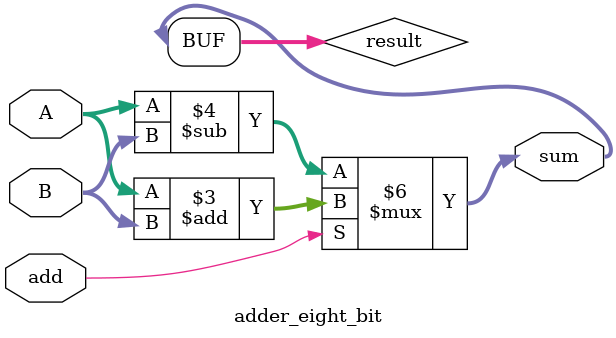
<source format=v>
`timescale 1ns / 1ns

/* Represents a seven_bit unsigned adder-subtractor.
    This module performs the following arithmetic and returns in Sum:
      A + B, if Add = 1.
      A - B, if Add = 0.

      TODO: Carryout C_Out if needed.
 */
module adder_eight_bit(
  output [7:0] sum,
  input  [7:0] A,
  input  [7:0] B,
  input        add);

  reg [7:0] result;
  // convenient constants
  localparam ADD_ENABLE = 1'b1;
  /* check which operation we need to do, and proceed accordingly.
  */
  always@(*)
  begin: operation_check
    if(add == ADD_ENABLE) // add only if ADD_ENABLE is logic-1.
      result = A+B; // A+B
    else
      result = A-B; // A-B
  end // operation_check

  // output
  assign sum = result;
endmodule

</source>
